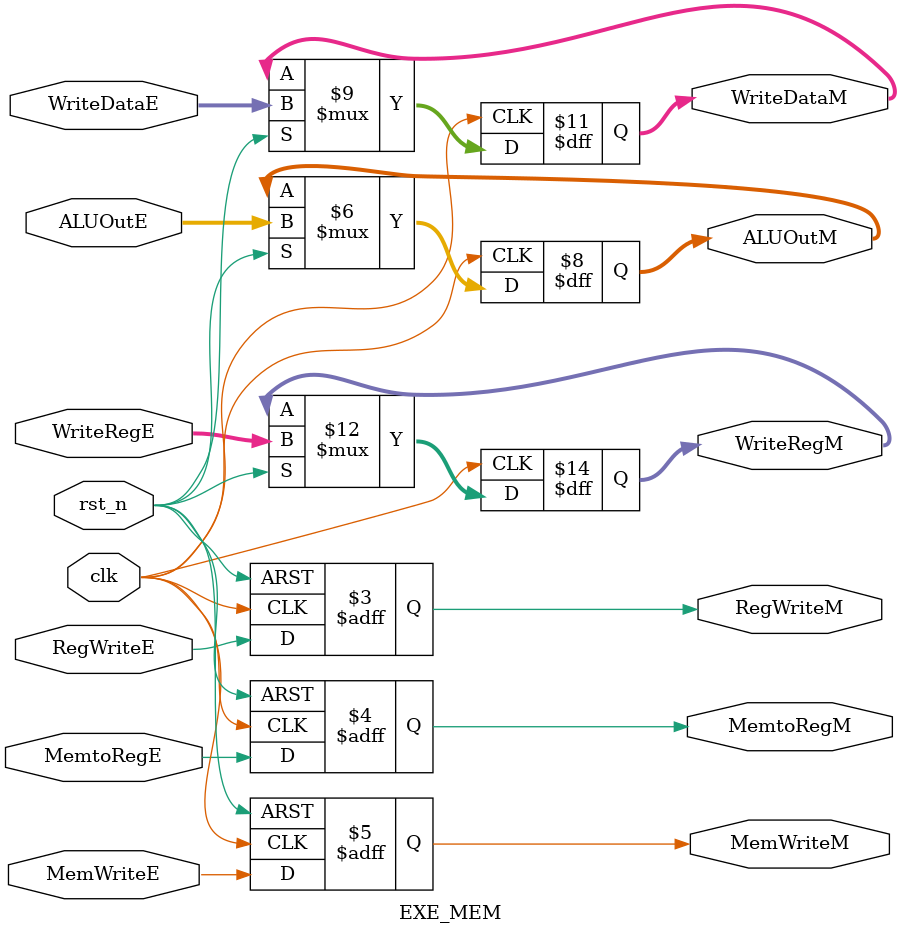
<source format=v>
`timescale 1ns / 1ps
module EXE_MEM(
	input clk,
	input rst_n,
	input RegWriteE,
	input MemtoRegE,
	input MemWriteE,
	input [31:0] ALUOutE,
	input [31:0] WriteDataE,
	input [4:0] WriteRegE,

	output reg RegWriteM,
	output reg MemtoRegM,
	output reg MemWriteM,
	output reg [31:0] ALUOutM,
	output reg [31:0] WriteDataM,
	output reg [4:0] WriteRegM
	);

always @(posedge clk or negedge rst_n) begin
	if (~rst_n) begin
		RegWriteM <= 0;
		MemtoRegM <= 0;
		MemWriteM <= 0;
		
	end
	else begin
		RegWriteM <= RegWriteE;
		MemtoRegM <= MemtoRegE;
		MemWriteM <= MemWriteE;
		ALUOutM <= ALUOutE;
		WriteDataM <= WriteDataE;
		WriteRegM <= WriteRegE;
	end
end

endmodule

</source>
